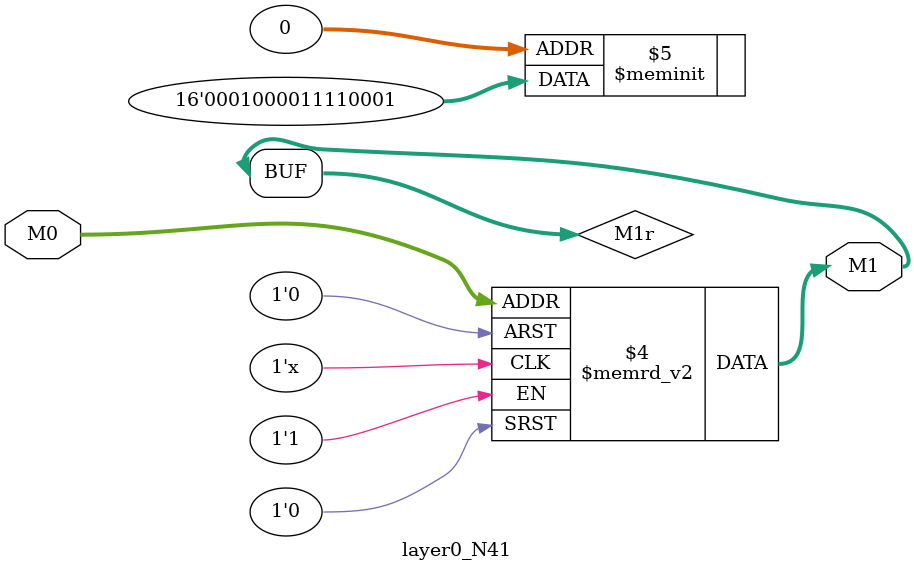
<source format=v>
module layer0_N41 ( input [2:0] M0, output [1:0] M1 );

	(*rom_style = "distributed" *) reg [1:0] M1r;
	assign M1 = M1r;
	always @ (M0) begin
		case (M0)
			3'b000: M1r = 2'b01;
			3'b100: M1r = 2'b00;
			3'b010: M1r = 2'b11;
			3'b110: M1r = 2'b01;
			3'b001: M1r = 2'b00;
			3'b101: M1r = 2'b00;
			3'b011: M1r = 2'b11;
			3'b111: M1r = 2'b00;

		endcase
	end
endmodule

</source>
